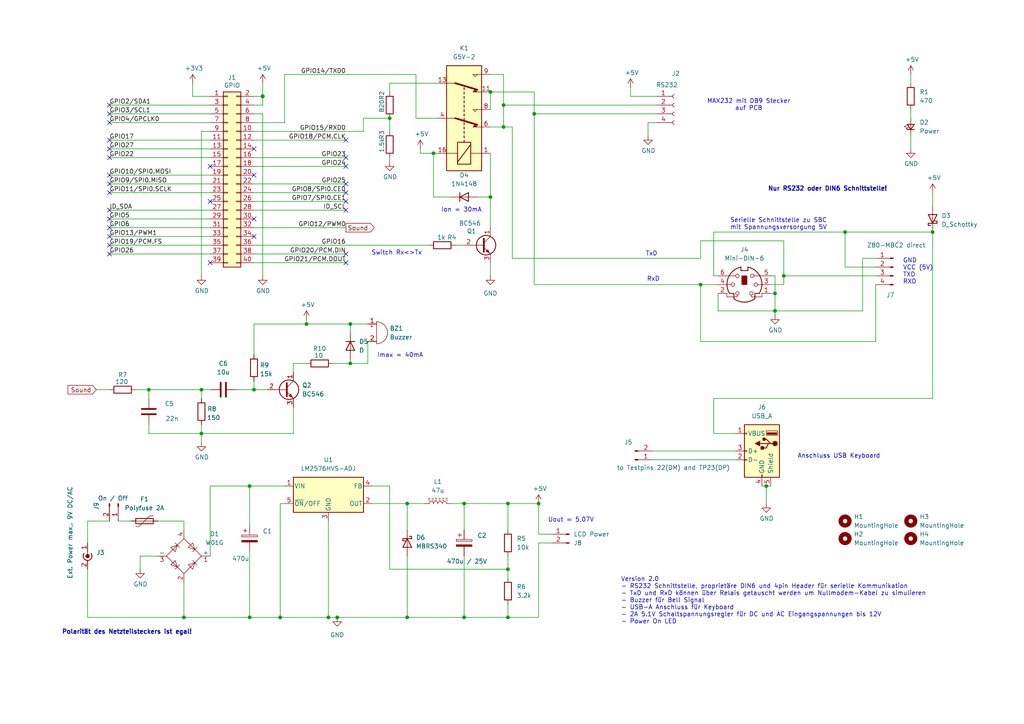
<source format=kicad_sch>
(kicad_sch (version 20250114) (generator "eeschema") (generator_version "9.0")
  (paper "A4")
  (title_block (date "15 nov 2012"))
  (lib_symbols
    (symbol "Connector:Conn_01x02_Pin" (pin_names (offset 1.016) (hide yes))
      (property "Reference" "J" (at 0 2.54 0))
      (property "Value" "Conn_01x02_Pin" (at 0 -5.08 0))
      (symbol "Conn_01x02_Pin_1_1"
        (pin passive line (at 5.08 0 180) (length 3.81) (name "Pin_1") (number "1"))
        (pin passive line (at 5.08 -2.54 180) (length 3.81) (name "Pin_2") (number "2"))
      )
    )
    (symbol "Connector:Conn_01x04_Pin" (pin_names (offset 1.016) (hide yes))
      (property "Reference" "J" (at 0 5.08 0))
      (property "Value" "Conn_01x04_Pin" (at 0 -7.62 0))
      (symbol "Conn_01x04_Pin_1_1"
        (pin passive line (at 5.08 2.54 180) (length 3.81) (name "Pin_1") (number "1"))
        (pin passive line (at 5.08 0 180) (length 3.81) (name "Pin_2") (number "2"))
        (pin passive line (at 5.08 -2.54 180) (length 3.81) (name "Pin_3") (number "3"))
        (pin passive line (at 5.08 -5.08 180) (length 3.81) (name "Pin_4") (number "4"))
      )
    )
    (symbol "Connector:Conn_01x04_Socket" (pin_names (offset 1.016) (hide yes))
      (property "Reference" "J" (at 0 5.08 0))
      (property "Value" "Conn_01x04_Socket" (at 0 -7.62 0))
      (symbol "Conn_01x04_Socket_1_1"
        (pin passive line (at -5.08 2.54 0) (length 3.81) (name "Pin_1") (number "1"))
        (pin passive line (at -5.08 0 0) (length 3.81) (name "Pin_2") (number "2"))
        (pin passive line (at -5.08 -2.54 0) (length 3.81) (name "Pin_3") (number "3"))
        (pin passive line (at -5.08 -5.08 0) (length 3.81) (name "Pin_4") (number "4"))
      )
    )
    (symbol "Connector:Conn_Coaxial_Power" (pin_names (offset 1.016) (hide yes))
      (property "Reference" "J" (at -5.08 -1.27 90))
      (property "Value" "Conn_Coaxial_Power" (at -3.175 -1.27 90))
      (symbol "Conn_Coaxial_Power_1_1"
        (pin passive line (at 0 2.54 270) (length 2.54) (name "In") (number "1"))
        (pin passive line (at 0 -5.08 90) (length 2.54) (name "Ext") (number "2"))
      )
    )
    (symbol "Connector:Mini-DIN-6" (pin_names (offset 1.016))
      (property "Reference" "J" (at 0 6.35 0))
      (property "Value" "Mini-DIN-6" (at 0 -6.35 0))
      (symbol "Mini-DIN-6_1_1"
        (pin passive line (at -7.62 2.54 0) (length 2.54) (name "~") (number "6"))
        (pin passive line (at -7.62 0 0) (length 2.54) (name "~") (number "4"))
        (pin passive line (at -7.62 -2.54 0) (length 2.54) (name "~") (number "2"))
        (pin passive line (at 7.62 2.54 180) (length 2.54) (name "~") (number "5"))
        (pin passive line (at 7.62 0 180) (length 2.54) (name "~") (number "3"))
        (pin passive line (at 7.62 -2.54 180) (length 2.54) (name "~") (number "1"))
      )
    )
    (symbol "Connector:USB_A" (pin_names (offset 1.016))
      (property "Reference" "J" (at -5.08 11.43 0))
      (property "Value" "USB_A" (at -5.08 8.89 0))
      (symbol "USB_A_1_1"
        (pin passive line (at -2.54 -10.16 90) (length 2.54) (name "Shield") (number "5"))
        (pin power_in line (at 0 -10.16 90) (length 2.54) (name "GND") (number "4"))
        (pin power_in line (at 7.62 5.08 180) (length 2.54) (name "VBUS") (number "1"))
        (pin bidirectional line (at 7.62 0 180) (length 2.54) (name "D+") (number "3"))
        (pin bidirectional line (at 7.62 -2.54 180) (length 2.54) (name "D-") (number "2"))
      )
    )
    (symbol "Connector_Generic:Conn_02x20_Odd_Even" (pin_names (offset 1.016) (hide yes))
      (property "Reference" "J" (at 1.27 25.4 0))
      (property "Value" "Conn_02x20_Odd_Even" (at 1.27 -27.94 0))
      (symbol "Conn_02x20_Odd_Even_1_1"
        (pin passive line (at -5.08 22.86 0) (length 3.81) (name "Pin_1") (number "1"))
        (pin passive line (at -5.08 20.32 0) (length 3.81) (name "Pin_3") (number "3"))
        (pin passive line (at -5.08 17.78 0) (length 3.81) (name "Pin_5") (number "5"))
        (pin passive line (at -5.08 15.24 0) (length 3.81) (name "Pin_7") (number "7"))
        (pin passive line (at -5.08 12.7 0) (length 3.81) (name "Pin_9") (number "9"))
        (pin passive line (at -5.08 10.16 0) (length 3.81) (name "Pin_11") (number "11"))
        (pin passive line (at -5.08 7.62 0) (length 3.81) (name "Pin_13") (number "13"))
        (pin passive line (at -5.08 5.08 0) (length 3.81) (name "Pin_15") (number "15"))
        (pin passive line (at -5.08 2.54 0) (length 3.81) (name "Pin_17") (number "17"))
        (pin passive line (at -5.08 0 0) (length 3.81) (name "Pin_19") (number "19"))
        (pin passive line (at -5.08 -2.54 0) (length 3.81) (name "Pin_21") (number "21"))
        (pin passive line (at -5.08 -5.08 0) (length 3.81) (name "Pin_23") (number "23"))
        (pin passive line (at -5.08 -7.62 0) (length 3.81) (name "Pin_25") (number "25"))
        (pin passive line (at -5.08 -10.16 0) (length 3.81) (name "Pin_27") (number "27"))
        (pin passive line (at -5.08 -12.7 0) (length 3.81) (name "Pin_29") (number "29"))
        (pin passive line (at -5.08 -15.24 0) (length 3.81) (name "Pin_31") (number "31"))
        (pin passive line (at -5.08 -17.78 0) (length 3.81) (name "Pin_33") (number "33"))
        (pin passive line (at -5.08 -20.32 0) (length 3.81) (name "Pin_35") (number "35"))
        (pin passive line (at -5.08 -22.86 0) (length 3.81) (name "Pin_37") (number "37"))
        (pin passive line (at -5.08 -25.4 0) (length 3.81) (name "Pin_39") (number "39"))
        (pin passive line (at 7.62 22.86 180) (length 3.81) (name "Pin_2") (number "2"))
        (pin passive line (at 7.62 20.32 180) (length 3.81) (name "Pin_4") (number "4"))
        (pin passive line (at 7.62 17.78 180) (length 3.81) (name "Pin_6") (number "6"))
        (pin passive line (at 7.62 15.24 180) (length 3.81) (name "Pin_8") (number "8"))
        (pin passive line (at 7.62 12.7 180) (length 3.81) (name "Pin_10") (number "10"))
        (pin passive line (at 7.62 10.16 180) (length 3.81) (name "Pin_12") (number "12"))
        (pin passive line (at 7.62 7.62 180) (length 3.81) (name "Pin_14") (number "14"))
        (pin passive line (at 7.62 5.08 180) (length 3.81) (name "Pin_16") (number "16"))
        (pin passive line (at 7.62 2.54 180) (length 3.81) (name "Pin_18") (number "18"))
        (pin passive line (at 7.62 0 180) (length 3.81) (name "Pin_20") (number "20"))
        (pin passive line (at 7.62 -2.54 180) (length 3.81) (name "Pin_22") (number "22"))
        (pin passive line (at 7.62 -5.08 180) (length 3.81) (name "Pin_24") (number "24"))
        (pin passive line (at 7.62 -7.62 180) (length 3.81) (name "Pin_26") (number "26"))
        (pin passive line (at 7.62 -10.16 180) (length 3.81) (name "Pin_28") (number "28"))
        (pin passive line (at 7.62 -12.7 180) (length 3.81) (name "Pin_30") (number "30"))
        (pin passive line (at 7.62 -15.24 180) (length 3.81) (name "Pin_32") (number "32"))
        (pin passive line (at 7.62 -17.78 180) (length 3.81) (name "Pin_34") (number "34"))
        (pin passive line (at 7.62 -20.32 180) (length 3.81) (name "Pin_36") (number "36"))
        (pin passive line (at 7.62 -22.86 180) (length 3.81) (name "Pin_38") (number "38"))
        (pin passive line (at 7.62 -25.4 180) (length 3.81) (name "Pin_40") (number "40"))
      )
    )
    (symbol "Device:Buzzer" (pin_names (offset 0.0254) (hide yes))
      (property "Reference" "BZ" (at 3.81 1.27 0))
      (property "Value" "Buzzer" (at 3.81 -1.27 0))
      (symbol "Buzzer_1_1"
        (pin passive line (at -2.54 2.54 0) (length 2.54) (name "+") (number "1"))
        (pin passive line (at -2.54 -2.54 0) (length 2.54) (name "-") (number "2"))
      )
    )
    (symbol "Device:C" (pin_numbers (hide yes)) (pin_names (offset 0.254))
      (property "Reference" "C" (at 0.635 2.54 0))
      (property "Value" "C" (at 0.635 -2.54 0))
      (symbol "C_1_1"
        (pin passive line (at 0 3.81 270) (length 2.794) (name "~") (number "1"))
        (pin passive line (at 0 -3.81 90) (length 2.794) (name "~") (number "2"))
      )
    )
    (symbol "Device:C_Polarized" (pin_numbers (hide yes)) (pin_names (offset 0.254))
      (property "Reference" "C" (at 0.635 2.54 0))
      (property "Value" "C_Polarized" (at 0.635 -2.54 0))
      (symbol "C_Polarized_1_1"
        (pin passive line (at 0 3.81 270) (length 2.794) (name "~") (number "1"))
        (pin passive line (at 0 -3.81 90) (length 2.794) (name "~") (number "2"))
      )
    )
    (symbol "Device:D" (pin_numbers (hide yes)) (pin_names (offset 1.016) (hide yes))
      (property "Reference" "D" (at 0 2.54 0))
      (property "Value" "D" (at 0 -2.54 0))
      (symbol "D_1_1"
        (pin passive line (at -3.81 0 0) (length 2.54) (name "K") (number "1"))
        (pin passive line (at 3.81 0 180) (length 2.54) (name "A") (number "2"))
      )
    )
    (symbol "Device:D_Schottky" (pin_numbers (hide yes)) (pin_names (offset 1.016) (hide yes))
      (property "Reference" "D" (at 0 2.54 0))
      (property "Value" "D_Schottky" (at 0 -2.54 0))
      (symbol "D_Schottky_1_1"
        (pin passive line (at -3.81 0 0) (length 2.54) (name "K") (number "1"))
        (pin passive line (at 3.81 0 180) (length 2.54) (name "A") (number "2"))
      )
    )
    (symbol "Device:LED_Small" (pin_numbers (hide yes)) (pin_names (offset 0.254) (hide yes))
      (property "Reference" "D" (at -1.27 3.175 0))
      (property "Value" "LED_Small" (at -4.445 -2.54 0))
      (symbol "LED_Small_1_1"
        (pin passive line (at -2.54 0 0) (length 1.778) (name "K") (number "1"))
        (pin passive line (at 2.54 0 180) (length 1.778) (name "A") (number "2"))
      )
    )
    (symbol "Device:L_Ferrite" (pin_numbers (hide yes)) (pin_names (offset 1.016) (hide yes))
      (property "Reference" "L" (at -1.27 0 90))
      (property "Value" "L_Ferrite" (at 2.794 0 90))
      (symbol "L_Ferrite_1_1"
        (pin passive line (at 0 3.81 270) (length 1.27) (name "1") (number "1"))
        (pin passive line (at 0 -3.81 90) (length 1.27) (name "2") (number "2"))
      )
    )
    (symbol "Device:Polyfuse" (pin_numbers (hide yes)) (pin_names (offset 0))
      (property "Reference" "F" (at -2.54 0 90))
      (property "Value" "Polyfuse" (at 2.54 0 90))
      (symbol "Polyfuse_1_1"
        (pin passive line (at 0 3.81 270) (length 1.27) (name "~") (number "1"))
        (pin passive line (at 0 -3.81 90) (length 1.27) (name "~") (number "2"))
      )
    )
    (symbol "Device:R" (pin_numbers (hide yes)) (pin_names (offset 0))
      (property "Reference" "R" (at 2.032 0 90))
      (property "Value" "R" (at 0 0 90))
      (symbol "R_1_1"
        (pin passive line (at 0 3.81 270) (length 1.27) (name "~") (number "1"))
        (pin passive line (at 0 -3.81 90) (length 1.27) (name "~") (number "2"))
      )
    )
    (symbol "Diode:MBRS340" (pin_numbers (hide yes)) (pin_names (offset 1.016) (hide yes))
      (property "Reference" "D" (at 0 2.54 0))
      (property "Value" "MBRS340" (at 0 -2.54 0))
      (symbol "MBRS340_1_1"
        (pin passive line (at -3.81 0 0) (length 2.54) (name "K") (number "1"))
        (pin passive line (at 3.81 0 180) (length 2.54) (name "A") (number "2"))
      )
    )
    (symbol "Diode_Bridge:W01G" (pin_names (offset 0))
      (property "Reference" "D" (at 2.54 6.985 0))
      (property "Value" "W01G" (at 2.54 5.08 0))
      (symbol "W01G_1_1"
        (pin passive line (at -7.62 0 0) (length 2.54) (name "-") (number "3"))
        (pin passive line (at 0 7.62 270) (length 2.54) (name "~") (number "4"))
        (pin passive line (at 0 -7.62 90) (length 2.54) (name "~") (number "2"))
        (pin passive line (at 7.62 0 180) (length 2.54) (name "+") (number "1"))
      )
    )
    (symbol "Mechanical:MountingHole" (pin_names (offset 1.016)) (in_bom no)
      (property "Reference" "H" (at 0 5.08 0))
      (property "Value" "MountingHole" (at 0 3.175 0))
    )
    (symbol "Regulator_Switching:LM2576HVS-ADJ" (pin_names (offset 0.254))
      (property "Reference" "U" (at -10.16 6.35 0))
      (property "Value" "LM2576HVS-ADJ" (at 0 6.35 0))
      (symbol "LM2576HVS-ADJ_1_1"
        (pin power_in line (at -12.7 2.54 0) (length 2.54) (name "VIN") (number "1"))
        (pin input line (at -12.7 -2.54 0) (length 2.54) (name "~{ON}/OFF") (number "5"))
        (pin power_in line (at 0 -7.62 90) (length 2.54) (name "GND") (number "3"))
        (pin input line (at 12.7 2.54 180) (length 2.54) (name "FB") (number "4"))
        (pin output line (at 12.7 -2.54 180) (length 2.54) (name "OUT") (number "2"))
      )
    )
    (symbol "Relay:G5V-2"
      (property "Reference" "K" (at 16.51 3.81 0))
      (property "Value" "G5V-2" (at 16.51 1.27 0))
      (symbol "G5V-2_1_1"
        (pin passive line (at -10.16 7.62 270) (length 2.54) (name "~") (number "1"))
        (pin passive line (at -10.16 -7.62 90) (length 2.54) (name "~") (number "16"))
        (pin passive line (at -2.54 7.62 270) (length 2.54) (name "~") (number "6"))
        (pin passive line (at 0 -7.62 90) (length 2.54) (name "~") (number "4"))
        (pin passive line (at 2.54 7.62 270) (length 2.54) (name "~") (number "8"))
        (pin passive line (at 7.62 7.62 270) (length 2.54) (name "~") (number "11"))
        (pin passive line (at 10.16 -7.62 90) (length 2.54) (name "~") (number "13"))
        (pin passive line (at 12.7 7.62 270) (length 2.54) (name "~") (number "9"))
      )
    )
    (symbol "Transistor_BJT:BC547" (pin_names (offset 0) (hide yes))
      (property "Reference" "Q" (at 5.08 1.905 0))
      (property "Value" "BC547" (at 5.08 0 0))
      (symbol "BC547_1_1"
        (pin input line (at -5.08 0 0) (length 2.54) (name "B") (number "2"))
        (pin passive line (at 2.54 5.08 270) (length 2.54) (name "C") (number "1"))
        (pin passive line (at 2.54 -5.08 90) (length 2.54) (name "E") (number "3"))
      )
    )
    (symbol "Transistor_BJT:BC550" (pin_names (offset 0) (hide yes))
      (property "Reference" "Q" (at 5.08 1.905 0))
      (property "Value" "BC550" (at 5.08 0 0))
      (symbol "BC550_1_1"
        (pin input line (at -5.08 0 0) (length 2.54) (name "B") (number "2"))
        (pin passive line (at 2.54 5.08 270) (length 2.54) (name "C") (number "1"))
        (pin passive line (at 2.54 -5.08 90) (length 2.54) (name "E") (number "3"))
      )
    )
    (symbol "power:+3.3V" (power) (pin_numbers (hide yes)) (pin_names (offset 0) (hide yes))
      (property "Value" "+3.3V" (at 0 3.556 0))
      (symbol "+3.3V_1_1"
        (pin power_in line (at 0 0 90) (length 0) (name "~") (number "1"))
      )
    )
    (symbol "power:+5V" (power) (pin_numbers (hide yes)) (pin_names (offset 0) (hide yes))
      (property "Value" "+5V" (at 0 3.556 0))
      (symbol "+5V_1_1"
        (pin power_in line (at 0 0 90) (length 0) (name "~") (number "1"))
      )
    )
    (symbol "power:GND" (power) (pin_numbers (hide yes)) (pin_names (offset 0) (hide yes))
      (property "Value" "GND" (at 0 -3.81 0))
      (symbol "GND_1_1"
        (pin power_in line (at 0 0 270) (length 0) (name "~") (number "1"))
      )
    )
  )
  (text "Imax = 40mA\n" (at 116.078 103.124 0) (effects (font (size 1.27 1.27))))
  (text "TxD\n" (at 188.976 73.66 0) (effects (font (size 1.27 1.27))))
  (text "RxD\n" (at 189.484 81.026 0) (effects (font (size 1.27 1.27))))
  (text "Version 2.0\n- RS232 Schnittstelle, proprietäre DIN6 und 4pin Header für serielle Kommunikation\n- TxD und RxD können über Relais getauscht werden um Nullmodem-Kabel zu simulieren\n- Buzzer für Bell Signal\n- USB-A Anschluss für Keyboard\n- 2A 5.1V Schaltspannungsregler für DC und AC Eingangspannungen bis 12V\n- Power On LED" (at 180.086 174.244 0) (effects (font (size 1.27 1.27)) (justify left)))
  (text "Ion = 30mA" (at 133.858 60.96 0) (effects (font (size 1.27 1.27))))
  (text "MAX232 mit DB9 Stecker\nauf PCB" (at 217.17 30.48 0) (effects (font (size 1.27 1.27))))
  (text "Anschluss USB Keyboard" (at 243.332 132.334 0) (effects (font (size 1.27 1.27) (thickness 0.1588))))
  (text "Nur RS232 oder DIN6 Schnittstelle!" (at 240.03 54.864 0) (effects (font (size 1.27 1.27) (thickness 0.254) (bold yes))))
  (text "Serielle Schnittstelle zu SBC\nmit Spannungsversorgung 5V" (at 225.806 65.024 0) (effects (font (size 1.27 1.27))))
  (text "Switch Rx<>Tx\n" (at 115.062 73.406 0) (effects (font (size 1.27 1.27))))
  (text "GND\nVCC (5V)\nTXD\nRXD" (at 261.874 78.74 0) (effects (font (size 1.27 1.27)) (justify left)))
  (text "Uout = 5,07V\n" (at 165.608 150.876 0) (effects (font (size 1.27 1.27))))
  (text "Polarität des Netzteilsteckers ist egal!" (at 36.83 183.388 0) (effects (font (size 1.27 1.27) (thickness 0.254) (bold yes))))
  (junction (at 134.62 179.07))
  (junction (at 227.33 80.01))
  (junction (at 72.39 140.97))
  (junction (at 224.79 90.17))
  (junction (at 142.24 57.15))
  (junction (at 58.42 113.03))
  (junction (at 101.6 105.41))
  (junction (at 154.94 33.02))
  (junction (at 222.25 140.97))
  (junction (at 118.11 179.07))
  (junction (at 146.05 36.83))
  (junction (at 101.6 93.98))
  (junction (at 113.03 34.29))
  (junction (at 97.79 179.07))
  (junction (at 53.34 179.07))
  (junction (at 203.2 82.55))
  (junction (at 73.66 113.03))
  (junction (at 72.39 179.07))
  (junction (at 43.18 113.03))
  (junction (at 88.9 93.98))
  (junction (at 224.79 85.09))
  (junction (at 142.24 26.67))
  (junction (at 81.28 179.07))
  (junction (at 134.62 146.05))
  (junction (at 147.32 179.07))
  (junction (at 95.25 179.07))
  (junction (at 147.32 165.1))
  (junction (at 156.21 146.05))
  (junction (at 270.51 67.31))
  (junction (at 146.05 30.48))
  (junction (at 118.11 146.05))
  (junction (at 245.11 67.31))
  (junction (at 147.32 146.05))
  (junction (at 125.73 44.45))
  (junction (at 58.42 125.73))
  (junction (at 76.2 27.94) (diameter 1.016))
  (no_connect (at 100.33 76.2))
  (no_connect (at 31.75 68.58))
  (no_connect (at 31.75 63.5))
  (no_connect (at 100.33 58.42))
  (no_connect (at 31.75 30.48))
  (no_connect (at 31.75 53.34))
  (no_connect (at 31.75 50.8))
  (no_connect (at 100.33 73.66))
  (no_connect (at 60.96 48.26))
  (no_connect (at 31.75 45.72))
  (no_connect (at 100.33 45.72))
  (no_connect (at 73.66 68.58))
  (no_connect (at 31.75 73.66))
  (no_connect (at 60.96 58.42))
  (no_connect (at 31.75 71.12))
  (no_connect (at 100.33 40.64))
  (no_connect (at 60.96 76.2))
  (no_connect (at 100.33 60.96))
  (no_connect (at 31.75 66.04))
  (no_connect (at 100.33 48.26))
  (no_connect (at 31.75 60.96))
  (no_connect (at 100.33 55.88))
  (no_connect (at 100.33 53.34))
  (no_connect (at 31.75 35.56))
  (no_connect (at 31.75 55.88))
  (no_connect (at 73.66 50.8))
  (no_connect (at 31.75 33.02))
  (no_connect (at 73.66 43.18))
  (no_connect (at 31.75 40.64))
  (no_connect (at 31.75 43.18))
  (no_connect (at 73.66 63.5))
  (wire (pts (xy 45.72 151.13) (xy 53.34 151.13)))
  (wire (pts (xy 73.66 58.42) (xy 100.33 58.42)))
  (wire (pts (xy 142.24 57.15) (xy 142.24 44.45)))
  (wire (pts (xy 147.32 165.1) (xy 147.32 167.64)))
  (wire (pts (xy 85.09 107.95) (xy 85.09 105.41)))
  (wire (pts (xy 60.96 40.64) (xy 31.75 40.64)))
  (wire (pts (xy 40.64 165.1) (xy 40.64 161.29)))
  (wire (pts (xy 207.01 67.31) (xy 207.01 80.01)))
  (wire (pts (xy 58.42 125.73) (xy 85.09 125.73)))
  (wire (pts (xy 101.6 105.41) (xy 106.68 105.41)))
  (wire (pts (xy 72.39 160.02) (xy 72.39 179.07)))
  (wire (pts (xy 160.02 157.48) (xy 156.21 157.48)))
  (wire (pts (xy 55.88 27.94) (xy 60.96 27.94)))
  (wire (pts (xy 88.9 93.98) (xy 101.6 93.98)))
  (wire (pts (xy 34.29 151.13) (xy 38.1 151.13)))
  (wire (pts (xy 147.32 146.05) (xy 147.32 153.67)))
  (wire (pts (xy 53.34 179.07) (xy 72.39 179.07)))
  (wire (pts (xy 73.66 35.56) (xy 82.55 35.56)))
  (wire (pts (xy 76.2 33.02) (xy 76.2 80.01)))
  (wire (pts (xy 25.4 157.48) (xy 25.4 151.13)))
  (wire (pts (xy 73.66 71.12) (xy 124.46 71.12)))
  (wire (pts (xy 270.51 115.57) (xy 207.01 115.57)))
  (wire (pts (xy 138.43 57.15) (xy 142.24 57.15)))
  (wire (pts (xy 125.73 44.45) (xy 125.73 57.15)))
  (wire (pts (xy 113.03 26.67) (xy 113.03 24.13)))
  (wire (pts (xy 85.09 105.41) (xy 88.9 105.41)))
  (wire (pts (xy 113.03 34.29) (xy 113.03 38.1)))
  (wire (pts (xy 227.33 82.55) (xy 223.52 82.55)))
  (wire (pts (xy 222.25 140.97) (xy 223.52 140.97)))
  (wire (pts (xy 95.25 179.07) (xy 97.79 179.07)))
  (wire (pts (xy 58.42 38.1) (xy 60.96 38.1)))
  (wire (pts (xy 43.18 113.03) (xy 58.42 113.03)))
  (wire (pts (xy 160.02 154.94) (xy 156.21 154.94)))
  (wire (pts (xy 73.66 55.88) (xy 100.33 55.88)))
  (wire (pts (xy 101.6 93.98) (xy 106.68 93.98)))
  (wire (pts (xy 156.21 157.48) (xy 156.21 179.07)))
  (wire (pts (xy 60.96 60.96) (xy 31.75 60.96)))
  (wire (pts (xy 31.75 63.5) (xy 60.96 63.5)))
  (wire (pts (xy 107.95 146.05) (xy 118.11 146.05)))
  (wire (pts (xy 25.4 179.07) (xy 53.34 179.07)))
  (wire (pts (xy 106.68 99.06) (xy 106.68 105.41)))
  (wire (pts (xy 120.65 21.59) (xy 82.55 21.59)))
  (wire (pts (xy 121.92 43.18) (xy 121.92 44.45)))
  (wire (pts (xy 203.2 82.55) (xy 208.28 82.55)))
  (wire (pts (xy 254 74.93) (xy 250.19 74.93)))
  (wire (pts (xy 73.66 45.72) (xy 100.33 45.72)))
  (wire (pts (xy 107.95 140.97) (xy 113.03 140.97)))
  (wire (pts (xy 97.79 179.07) (xy 118.11 179.07)))
  (wire (pts (xy 118.11 146.05) (xy 123.19 146.05)))
  (wire (pts (xy 142.24 76.2) (xy 142.24 80.01)))
  (wire (pts (xy 53.34 179.07) (xy 53.34 168.91)))
  (wire (pts (xy 156.21 154.94) (xy 156.21 146.05)))
  (wire (pts (xy 190.5 35.56) (xy 187.96 35.56)))
  (wire (pts (xy 40.64 161.29) (xy 45.72 161.29)))
  (wire (pts (xy 27.94 113.03) (xy 31.75 113.03)))
  (wire (pts (xy 58.42 123.19) (xy 58.42 125.73)))
  (wire (pts (xy 73.66 76.2) (xy 100.33 76.2)))
  (wire (pts (xy 58.42 38.1) (xy 58.42 80.01)))
  (wire (pts (xy 31.75 43.18) (xy 60.96 43.18)))
  (wire (pts (xy 121.92 44.45) (xy 125.73 44.45)))
  (wire (pts (xy 154.94 26.67) (xy 154.94 33.02)))
  (wire (pts (xy 58.42 125.73) (xy 58.42 128.27)))
  (wire (pts (xy 95.25 151.13) (xy 95.25 179.07)))
  (wire (pts (xy 203.2 82.55) (xy 203.2 99.06)))
  (wire (pts (xy 223.52 85.09) (xy 224.79 85.09)))
  (wire (pts (xy 222.25 140.97) (xy 222.25 146.05)))
  (wire (pts (xy 203.2 99.06) (xy 254 99.06)))
  (wire (pts (xy 73.66 110.49) (xy 73.66 113.03)))
  (wire (pts (xy 118.11 146.05) (xy 118.11 153.67)))
  (wire (pts (xy 147.32 161.29) (xy 147.32 165.1)))
  (wire (pts (xy 224.79 90.17) (xy 250.19 90.17)))
  (wire (pts (xy 154.94 33.02) (xy 190.5 33.02)))
  (wire (pts (xy 270.51 67.31) (xy 270.51 115.57)))
  (wire (pts (xy 207.01 80.01) (xy 208.28 80.01)))
  (wire (pts (xy 224.79 85.09) (xy 224.79 90.17)))
  (wire (pts (xy 31.75 33.02) (xy 60.96 33.02)))
  (wire (pts (xy 82.55 21.59) (xy 82.55 35.56)))
  (wire (pts (xy 207.01 125.73) (xy 213.36 125.73)))
  (wire (pts (xy 31.75 55.88) (xy 60.96 55.88)))
  (wire (pts (xy 43.18 125.73) (xy 58.42 125.73)))
  (wire (pts (xy 134.62 146.05) (xy 134.62 153.67)))
  (wire (pts (xy 60.96 30.48) (xy 31.75 30.48)))
  (wire (pts (xy 146.05 30.48) (xy 190.5 30.48)))
  (wire (pts (xy 72.39 140.97) (xy 72.39 152.4)))
  (wire (pts (xy 81.28 146.05) (xy 81.28 179.07)))
  (wire (pts (xy 76.2 27.94) (xy 76.2 30.48)))
  (wire (pts (xy 142.24 36.83) (xy 146.05 36.83)))
  (wire (pts (xy 73.66 93.98) (xy 88.9 93.98)))
  (wire (pts (xy 118.11 161.29) (xy 118.11 179.07)))
  (wire (pts (xy 125.73 57.15) (xy 130.81 57.15)))
  (wire (pts (xy 113.03 34.29) (xy 105.41 34.29)))
  (wire (pts (xy 203.2 69.85) (xy 227.33 69.85)))
  (wire (pts (xy 73.66 40.64) (xy 100.33 40.64)))
  (wire (pts (xy 264.16 39.37) (xy 264.16 43.18)))
  (wire (pts (xy 264.16 21.59) (xy 264.16 24.13)))
  (wire (pts (xy 142.24 57.15) (xy 142.24 66.04)))
  (wire (pts (xy 203.2 74.93) (xy 203.2 69.85)))
  (wire (pts (xy 76.2 24.13) (xy 76.2 27.94)))
  (wire (pts (xy 25.4 165.1) (xy 25.4 179.07)))
  (wire (pts (xy 113.03 45.72) (xy 113.03 46.99)))
  (wire (pts (xy 31.75 35.56) (xy 60.96 35.56)))
  (wire (pts (xy 73.66 113.03) (xy 77.47 113.03)))
  (wire (pts (xy 76.2 27.94) (xy 73.66 27.94)))
  (wire (pts (xy 55.88 24.13) (xy 55.88 27.94)))
  (wire (pts (xy 113.03 165.1) (xy 147.32 165.1)))
  (wire (pts (xy 43.18 113.03) (xy 43.18 115.57)))
  (wire (pts (xy 73.66 48.26) (xy 100.33 48.26)))
  (wire (pts (xy 73.66 38.1) (xy 105.41 38.1)))
  (wire (pts (xy 142.24 26.67) (xy 142.24 31.75)))
  (wire (pts (xy 120.65 34.29) (xy 120.65 21.59)))
  (wire (pts (xy 245.11 67.31) (xy 270.51 67.31)))
  (wire (pts (xy 146.05 36.83) (xy 148.59 36.83)))
  (wire (pts (xy 31.75 45.72) (xy 60.96 45.72)))
  (wire (pts (xy 148.59 36.83) (xy 148.59 74.93)))
  (wire (pts (xy 31.75 53.34) (xy 60.96 53.34)))
  (wire (pts (xy 68.58 113.03) (xy 73.66 113.03)))
  (wire (pts (xy 134.62 161.29) (xy 134.62 179.07)))
  (wire (pts (xy 190.5 27.94) (xy 182.88 27.94)))
  (wire (pts (xy 127 34.29) (xy 120.65 34.29)))
  (wire (pts (xy 189.23 133.35) (xy 213.36 133.35)))
  (wire (pts (xy 208.28 85.09) (xy 208.28 90.17)))
  (wire (pts (xy 146.05 21.59) (xy 146.05 30.48)))
  (wire (pts (xy 31.75 66.04) (xy 60.96 66.04)))
  (wire (pts (xy 147.32 175.26) (xy 147.32 179.07)))
  (wire (pts (xy 227.33 80.01) (xy 254 80.01)))
  (wire (pts (xy 76.2 30.48) (xy 73.66 30.48)))
  (wire (pts (xy 96.52 105.41) (xy 101.6 105.41)))
  (wire (pts (xy 72.39 140.97) (xy 82.55 140.97)))
  (wire (pts (xy 130.81 146.05) (xy 134.62 146.05)))
  (wire (pts (xy 60.96 140.97) (xy 60.96 161.29)))
  (wire (pts (xy 220.98 140.97) (xy 222.25 140.97)))
  (wire (pts (xy 31.75 71.12) (xy 60.96 71.12)))
  (wire (pts (xy 105.41 34.29) (xy 105.41 38.1)))
  (wire (pts (xy 224.79 90.17) (xy 224.79 91.44)))
  (wire (pts (xy 73.66 66.04) (xy 100.33 66.04)))
  (wire (pts (xy 182.88 25.4) (xy 182.88 27.94)))
  (wire (pts (xy 187.96 35.56) (xy 187.96 39.37)))
  (wire (pts (xy 245.11 67.31) (xy 245.11 77.47)))
  (wire (pts (xy 156.21 179.07) (xy 147.32 179.07)))
  (wire (pts (xy 73.66 73.66) (xy 100.33 73.66)))
  (wire (pts (xy 125.73 44.45) (xy 127 44.45)))
  (wire (pts (xy 154.94 82.55) (xy 203.2 82.55)))
  (wire (pts (xy 58.42 113.03) (xy 60.96 113.03)))
  (wire (pts (xy 76.2 33.02) (xy 73.66 33.02)))
  (wire (pts (xy 31.75 73.66) (xy 60.96 73.66)))
  (wire (pts (xy 72.39 179.07) (xy 81.28 179.07)))
  (wire (pts (xy 113.03 24.13) (xy 127 24.13)))
  (wire (pts (xy 270.51 55.88) (xy 270.51 59.69)))
  (wire (pts (xy 81.28 179.07) (xy 95.25 179.07)))
  (wire (pts (xy 264.16 31.75) (xy 264.16 34.29)))
  (wire (pts (xy 101.6 93.98) (xy 101.6 96.52)))
  (wire (pts (xy 208.28 90.17) (xy 224.79 90.17)))
  (wire (pts (xy 154.94 33.02) (xy 154.94 82.55)))
  (wire (pts (xy 134.62 146.05) (xy 147.32 146.05)))
  (wire (pts (xy 53.34 151.13) (xy 53.34 153.67)))
  (wire (pts (xy 227.33 80.01) (xy 227.33 82.55)))
  (wire (pts (xy 73.66 102.87) (xy 73.66 93.98)))
  (wire (pts (xy 39.37 113.03) (xy 43.18 113.03)))
  (wire (pts (xy 223.52 80.01) (xy 224.79 80.01)))
  (wire (pts (xy 189.23 130.81) (xy 213.36 130.81)))
  (wire (pts (xy 82.55 146.05) (xy 81.28 146.05)))
  (wire (pts (xy 113.03 140.97) (xy 113.03 165.1)))
  (wire (pts (xy 146.05 30.48) (xy 146.05 36.83)))
  (wire (pts (xy 73.66 53.34) (xy 100.33 53.34)))
  (wire (pts (xy 60.96 68.58) (xy 31.75 68.58)))
  (wire (pts (xy 132.08 71.12) (xy 134.62 71.12)))
  (wire (pts (xy 60.96 140.97) (xy 72.39 140.97)))
  (wire (pts (xy 156.21 146.05) (xy 147.32 146.05)))
  (wire (pts (xy 88.9 93.98) (xy 88.9 92.71)))
  (wire (pts (xy 224.79 80.01) (xy 224.79 85.09)))
  (wire (pts (xy 85.09 118.11) (xy 85.09 125.73)))
  (wire (pts (xy 207.01 67.31) (xy 245.11 67.31)))
  (wire (pts (xy 227.33 69.85) (xy 227.33 80.01)))
  (wire (pts (xy 250.19 74.93) (xy 250.19 90.17)))
  (wire (pts (xy 245.11 77.47) (xy 254 77.47)))
  (wire (pts (xy 142.24 26.67) (xy 154.94 26.67)))
  (wire (pts (xy 101.6 104.14) (xy 101.6 105.41)))
  (wire (pts (xy 142.24 21.59) (xy 146.05 21.59)))
  (wire (pts (xy 58.42 113.03) (xy 58.42 115.57)))
  (wire (pts (xy 60.96 50.8) (xy 31.75 50.8)))
  (wire (pts (xy 134.62 179.07) (xy 147.32 179.07)))
  (wire (pts (xy 73.66 60.96) (xy 100.33 60.96)))
  (wire (pts (xy 207.01 115.57) (xy 207.01 125.73)))
  (wire (pts (xy 254 82.55) (xy 254 99.06)))
  (wire (pts (xy 43.18 123.19) (xy 43.18 125.73)))
  (wire (pts (xy 148.59 74.93) (xy 203.2 74.93)))
  (wire (pts (xy 118.11 179.07) (xy 134.62 179.07)))
  (wire (pts (xy 25.4 151.13) (xy 31.75 151.13)))
  (label "ID_SDA" (at 31.75 60.96 0))
  (label "GPIO6" (at 31.75 66.04 0))
  (label "ID_SCL" (at 100.33 60.96 180))
  (label "GPIO5" (at 31.75 63.5 0))
  (label "GPIO21{slash}PCM.DOUT" (at 100.33 76.2 180))
  (label "GPIO19{slash}PCM.FS" (at 31.75 71.12 0))
  (label "GPIO10{slash}SPI0.MOSI" (at 31.75 50.8 0))
  (label "GPIO9{slash}SPI0.MISO" (at 31.75 53.34 0))
  (label "GPIO23" (at 100.33 45.72 180))
  (label "GPIO4{slash}GPCLK0" (at 31.75 35.56 0))
  (label "GPIO27" (at 31.75 43.18 0))
  (label "GPIO26" (at 31.75 73.66 0))
  (label "GPIO14{slash}TXD0" (at 100.33 21.59 180))
  (label "GPIO8{slash}SPI0.CE0" (at 100.33 55.88 180))
  (label "GPIO15{slash}RXD0" (at 100.33 38.1 180))
  (label "GPIO16" (at 100.33 71.12 180))
  (label "GPIO22" (at 31.75 45.72 0))
  (label "GPIO2{slash}SDA1" (at 31.75 30.48 0))
  (label "GPIO17" (at 31.75 40.64 0))
  (label "GPIO25" (at 100.33 53.34 180))
  (label "GPIO3{slash}SCL1" (at 31.75 33.02 0))
  (label "GPIO18{slash}PCM.CLK" (at 100.33 40.64 180))
  (label "GPIO12{slash}PWM0" (at 100.33 66.04 180))
  (label "GPIO13{slash}PWM1" (at 31.75 68.58 0))
  (label "GPIO20{slash}PCM.DIN" (at 100.33 73.66 180))
  (label "GPIO24" (at 100.33 48.26 180))
  (label "GPIO7{slash}SPI0.CE1" (at 100.33 58.42 180))
  (label "GPIO11{slash}SPI0.SCLK" (at 31.75 55.88 0))
  (global_label "Sound" (shape output) (at 100.33 66.04 0) (property "Intersheetrefs" "${INTERSHEET_REFS}" (effects (hide yes))))
  (global_label "Sound" (shape input) (at 27.94 113.03 180) (property "Intersheetrefs" "${INTERSHEET_REFS}" (effects (hide yes))))
  (symbol (lib_id "power:+5V") (at 76.2 24.13 0) (unit 1)
    (property "Reference" "#PWR01" (effects (hide yes)))
    (property "Value" "+5V" (at 76.5683 19.8056 0))
    (property "Description" "Power symbol creates a global label with name \"+5V\"" (effects (hide yes)))
  )
  (symbol (lib_id "power:+3.3V") (at 55.88 24.13 0) (unit 1)
    (property "Reference" "#PWR04" (effects (hide yes)))
    (property "Value" "+3V3" (at 56.2483 19.8056 0))
    (property "Description" "Power symbol creates a global label with name \"+3.3V\"" (effects (hide yes)))
  )
  (symbol (lib_id "power:GND") (at 76.2 80.01 0) (unit 1)
    (property "Reference" "#PWR02" (effects (hide yes)))
    (property "Value" "GND" (at 76.3143 84.3344 0))
    (property "Description" "Power symbol creates a global label with name \"GND\" , ground" (effects (hide yes)))
  )
  (symbol (lib_id "power:GND") (at 58.42 80.01 0) (unit 1)
    (property "Reference" "#PWR03" (effects (hide yes)))
    (property "Value" "GND" (at 58.5343 84.3344 0))
    (property "Description" "Power symbol creates a global label with name \"GND\" , ground" (effects (hide yes)))
  )
  (symbol (lib_id "Connector_Generic:Conn_02x20_Odd_Even") (at 66.04 50.8 0) (unit 1)
    (property "Reference" "J1" (at 67.31 22.4598 0))
    (property "Value" "GPIO" (at 67.31 24.765 0))
    (property "Footprint" "Connector_PinSocket_2.54mm:PinSocket_2x20_P2.54mm_Vertical" (effects (hide yes)))
    (property "Description" "Generic connector, double row, 02x20, odd/even pin numbering scheme (row 1 odd numbers, row 2 even numbers), script generated (kicad-library-utils/schlib/autogen/connector/)" (effects (hide yes)))
  )
  (symbol (lib_id "Diode:MBRS340") (at 118.11 157.48 270) (unit 1)
    (property "Reference" "D6" (at 120.65 155.8924 90) (effects (justify left)))
    (property "Value" "MBRS340" (at 120.65 158.4324 90) (effects (justify left)))
    (property "Footprint" "Diode_SMD:D_SMC" (effects (hide yes)))
    (property "Datasheet" "https://www.onsemi.com/download/data-sheet/pdf/mbrs340t3-d.pdf" (effects (hide yes)))
    (property "Description" "40V 3A Schottky Barrier Rectifier Diode, SMC (DO-214AB)" (effects (hide yes)))
  )
  (symbol (lib_id "Device:L_Ferrite") (at 127 146.05 90) (unit 1)
    (property "Reference" "L1" (at 127 139.7 90))
    (property "Value" "47u" (at 127 142.24 90))
    (property "Footprint" "Inductor_SMD:L_Fastron_PISN" (effects (hide yes)))
    (property "Description" "Inductor with ferrite core" (effects (hide yes)))
  )
  (symbol (lib_id "Device:R") (at 35.56 113.03 90) (unit 1)
    (property "Reference" "R7" (at 35.56 108.712 90))
    (property "Value" "120" (at 35.306 110.744 90))
    (property "Footprint" "Resistor_THT:R_Axial_DIN0207_L6.3mm_D2.5mm_P10.16mm_Horizontal" (effects (hide yes)))
    (property "Description" "Resistor" (effects (hide yes)))
  )
  (symbol (lib_id "power:+5V") (at 88.9 92.71 0) (unit 1)
    (property "Reference" "#PWR019" (effects (hide yes)))
    (property "Value" "+5V" (at 89.2683 88.3856 0))
    (property "Description" "Power symbol creates a global label with name \"+5V\"" (effects (hide yes)))
  )
  (symbol (lib_id "power:GND") (at 187.96 39.37 0) (unit 1)
    (property "Reference" "#PWR09" (effects (hide yes)))
    (property "Value" "GND" (at 188.0743 43.6944 0))
    (property "Description" "Power symbol creates a global label with name \"GND\" , ground" (effects (hide yes)))
  )
  (symbol (lib_id "Connector:Conn_01x04_Socket") (at 195.58 30.48 0) (unit 1)
    (property "Reference" "J2" (at 194.818 21.336 0) (effects (justify left)))
    (property "Value" "RS232" (at 190.246 24.638 0) (effects (justify left)))
    (property "Footprint" "Connector_PinSocket_2.54mm:PinSocket_1x04_P2.54mm_Vertical" (effects (hide yes)))
    (property "Description" "Generic connector, single row, 01x04, script generated" (effects (hide yes)))
  )
  (symbol (lib_id "Device:LED_Small") (at 264.16 36.83 90) (unit 1)
    (property "Reference" "D2" (at 266.7 35.4964 90) (effects (justify right)))
    (property "Value" "Power" (at 266.7 38.0364 90) (effects (justify right)))
    (property "Footprint" "LED_THT:LED_D3.0mm" (effects (hide yes)))
    (property "Description" "Light emitting diode, small symbol" (effects (hide yes)))
    (property "Sim.Pin" "1=K 2=A" (effects (hide yes)))
  )
  (symbol (lib_id "Mechanical:MountingHole") (at 264.16 156.21 0) (unit 1) (in_bom no)
    (property "Reference" "H4" (at 266.7 154.9399 0) (effects (justify left)))
    (property "Value" "MountingHole" (at 266.7 157.4799 0) (effects (justify left)))
    (property "Footprint" "MountingHole:MountingHole_3.2mm_M3" (effects (hide yes)))
    (property "Description" "Mounting Hole without connection" (effects (hide yes)))
  )
  (symbol (lib_id "power:GND") (at 40.64 165.1 0) (unit 1)
    (property "Reference" "#PWR011" (effects (hide yes)))
    (property "Value" "GND" (at 40.7543 169.4244 0))
    (property "Description" "Power symbol creates a global label with name \"GND\" , ground" (effects (hide yes)))
  )
  (symbol (lib_id "Device:R") (at 73.66 106.68 180) (unit 1)
    (property "Reference" "R9" (at 76.708 105.918 0))
    (property "Value" "15k" (at 77.216 108.458 0))
    (property "Footprint" "Resistor_THT:R_Axial_DIN0207_L6.3mm_D2.5mm_P10.16mm_Horizontal" (effects (hide yes)))
    (property "Description" "Resistor" (effects (hide yes)))
  )
  (symbol (lib_id "power:GND") (at 264.16 43.18 0) (unit 1)
    (property "Reference" "#PWR016" (effects (hide yes)))
    (property "Value" "GND" (at 264.2743 47.5044 0))
    (property "Description" "Power symbol creates a global label with name \"GND\" , ground" (effects (hide yes)))
  )
  (symbol (lib_id "Device:C") (at 64.77 113.03 90) (unit 1)
    (property "Reference" "C6" (at 64.77 105.41 90))
    (property "Value" "10u" (at 64.77 107.95 90))
    (property "Footprint" "Capacitor_THT:C_Rect_L9.0mm_W2.6mm_P7.50mm_MKT" (effects (hide yes)))
    (property "Description" "Unpolarized capacitor" (effects (hide yes)))
  )
  (symbol (lib_id "Connector:Conn_01x04_Pin") (at 259.08 77.47 0) (mirror y) (unit 1)
    (property "Reference" "J7" (at 257.048 85.598 0) (effects (justify right)))
    (property "Value" "Z80-MBC2 direct" (at 251.46 71.12 0) (effects (justify right)))
    (property "Footprint" "Connector_PinHeader_2.54mm:PinHeader_1x04_P2.54mm_Vertical" (effects (hide yes)))
    (property "Description" "Generic connector, single row, 01x04, script generated" (effects (hide yes)))
  )
  (symbol (lib_id "Connector:Mini-DIN-6") (at 215.9 82.55 0) (unit 1)
    (property "Reference" "J4" (at 215.9177 72.39 0))
    (property "Value" "Mini-DIN-6" (at 215.9177 74.93 0))
    (property "Footprint" "Mini_DIN6:J_Mini-DIN-6" (effects (hide yes)))
    (property "Datasheet" "http://service.powerdynamics.com/ec/Catalog17/Section%2011.pdf" (effects (hide yes)))
    (property "Description" "6-pin Mini-DIN connector" (effects (hide yes)))
  )
  (symbol (lib_id "Mechanical:MountingHole") (at 245.11 151.13 0) (unit 1) (in_bom no)
    (property "Reference" "H1" (at 247.65 149.8599 0) (effects (justify left)))
    (property "Value" "MountingHole" (at 247.65 152.3999 0) (effects (justify left)))
    (property "Footprint" "MountingHole:MountingHole_3.2mm_M3" (effects (hide yes)))
    (property "Description" "Mounting Hole without connection" (effects (hide yes)))
  )
  (symbol (lib_id "power:GND") (at 97.79 179.07 0) (unit 1)
    (property "Reference" "#PWR012" (effects (hide yes)))
    (property "Value" "GND" (at 97.79 184.15 0))
    (property "Description" "Power symbol creates a global label with name \"GND\" , ground" (effects (hide yes)))
  )
  (symbol (lib_id "Mechanical:MountingHole") (at 264.16 151.13 0) (unit 1) (in_bom no)
    (property "Reference" "H3" (at 266.7 149.8599 0) (effects (justify left)))
    (property "Value" "MountingHole" (at 266.7 152.3999 0) (effects (justify left)))
    (property "Footprint" "MountingHole:MountingHole_3.2mm_M3" (effects (hide yes)))
    (property "Description" "Mounting Hole without connection" (effects (hide yes)))
  )
  (symbol (lib_id "Device:R") (at 264.16 27.94 0) (unit 1)
    (property "Reference" "R1" (at 266.7 26.6699 0) (effects (justify left)))
    (property "Value" "470" (at 266.7 29.2099 0) (effects (justify left)))
    (property "Footprint" "Resistor_THT:R_Axial_DIN0207_L6.3mm_D2.5mm_P10.16mm_Horizontal" (effects (hide yes)))
    (property "Description" "Resistor" (effects (hide yes)))
  )
  (symbol (lib_id "power:+5V") (at 264.16 21.59 0) (unit 1)
    (property "Reference" "#PWR017" (effects (hide yes)))
    (property "Value" "+5V" (at 264.5283 17.2656 0))
    (property "Description" "Power symbol creates a global label with name \"+5V\"" (effects (hide yes)))
  )
  (symbol (lib_id "Device:D") (at 101.6 100.33 270) (unit 1)
    (property "Reference" "D5" (at 104.14 99.0599 90) (effects (justify left)))
    (property "Value" "D" (at 104.14 101.5999 90) (effects (justify left)))
    (property "Footprint" "Diode_THT:D_5W_P10.16mm_Horizontal" (effects (hide yes)))
    (property "Description" "Diode" (effects (hide yes)))
    (property "Sim.Device" "D" (effects (hide yes)))
    (property "Sim.Pins" "1=K 2=A" (effects (hide yes)))
  )
  (symbol (lib_id "Relay:G5V-2") (at 134.62 34.29 270) (mirror x) (unit 1)
    (property "Reference" "K1" (at 134.62 13.97 90))
    (property "Value" "G5V-2" (at 134.62 16.51 90))
    (property "Footprint" "Relay_THT:Relay_DPDT_Omron_G5V-2" (effects (hide yes)))
    (property "Datasheet" "http://omronfs.omron.com/en_US/ecb/products/pdf/en-g5v_2.pdf" (effects (hide yes)))
    (property "Description" "Relay Miniature Omron DPDT" (effects (hide yes)))
  )
  (symbol (lib_id "power:GND") (at 113.03 46.99 0) (unit 1)
    (property "Reference" "#PWR06" (effects (hide yes)))
    (property "Value" "GND" (at 113.1443 51.3144 0))
    (property "Description" "Power symbol creates a global label with name \"GND\" , ground" (effects (hide yes)))
  )
  (symbol (lib_id "Regulator_Switching:LM2576HVS-ADJ") (at 95.25 143.51 0) (unit 1)
    (property "Reference" "U1" (at 95.25 133.35 0))
    (property "Value" "LM2576HVS-ADJ" (at 95.25 135.89 0))
    (property "Footprint" "Package_TO_SOT_SMD:TO-263-5_TabPin3" (effects (hide yes)))
    (property "Datasheet" "http://www.ti.com/lit/ds/symlink/lm2576.pdf" (effects (hide yes)))
    (property "Description" "Adjustable Output Voltage, 3A SIMPLE SWITCHER® Step-Down Voltage Regulator, High Voltage Input, TO-263" (effects (hide yes)))
  )
  (symbol (lib_id "Device:C_Polarized") (at 134.62 157.48 0) (unit 1)
    (property "Reference" "C2" (at 138.43 155.3209 0) (effects (justify left)))
    (property "Value" "470u / 25V" (at 129.54 162.814 0) (effects (justify left)))
    (property "Footprint" "Capacitor_SMD:CP_Elec_10x10" (effects (hide yes)))
    (property "Description" "Polarized capacitor" (effects (hide yes)))
  )
  (symbol (lib_id "Device:R") (at 147.32 157.48 0) (unit 1)
    (property "Reference" "R5" (at 149.86 156.2099 0) (effects (justify left)))
    (property "Value" "10k" (at 149.86 158.7499 0) (effects (justify left)))
    (property "Footprint" "Resistor_SMD:R_1206_3216Metric_Pad1.30x1.75mm_HandSolder" (effects (hide yes)))
    (property "Description" "Resistor" (effects (hide yes)))
  )
  (symbol (lib_id "Connector:USB_A") (at 220.98 130.81 0) (mirror y) (unit 1)
    (property "Reference" "J6" (at 220.98 118.11 0))
    (property "Value" "USB_A" (at 220.98 120.65 0))
    (property "Footprint" "Connector_USB:USB_A_Stewart_SS-52100-001_Horizontal" (effects (hide yes)))
    (property "Description" "USB Type A connector" (effects (hide yes)))
  )
  (symbol (lib_id "Device:R") (at 128.27 71.12 90) (unit 1)
    (property "Reference" "R4" (at 131.064 68.834 90))
    (property "Value" "1k" (at 128.016 68.834 90))
    (property "Footprint" "Resistor_THT:R_Axial_DIN0207_L6.3mm_D2.5mm_P10.16mm_Horizontal" (effects (hide yes)))
    (property "Description" "Resistor" (effects (hide yes)))
  )
  (symbol (lib_id "Device:Polyfuse") (at 41.91 151.13 90) (unit 1)
    (property "Reference" "F1" (at 41.91 144.78 90))
    (property "Value" "Polyfuse 2A" (at 41.91 147.32 90))
    (property "Footprint" "Fuse:Fuse_Littelfuse-LVR125" (effects (hide yes)))
    (property "Description" "Resettable fuse, polymeric positive temperature coefficient" (effects (hide yes)))
  )
  (symbol (lib_id "Device:D") (at 134.62 57.15 0) (unit 1)
    (property "Reference" "D4" (at 134.62 50.8 0))
    (property "Value" "1N4148" (at 134.62 53.34 0))
    (property "Footprint" "Diode_THT:D_A-405_P12.70mm_Horizontal" (effects (hide yes)))
    (property "Description" "Diode" (effects (hide yes)))
    (property "Sim.Device" "D" (effects (hide yes)))
    (property "Sim.Pins" "1=K 2=A" (effects (hide yes)))
  )
  (symbol (lib_id "power:GND") (at 224.79 91.44 0) (unit 1)
    (property "Reference" "#PWR08" (effects (hide yes)))
    (property "Value" "GND" (at 224.9043 95.7644 0))
    (property "Description" "Power symbol creates a global label with name \"GND\" , ground" (effects (hide yes)))
  )
  (symbol (lib_id "power:GND") (at 142.24 80.01 0) (unit 1)
    (property "Reference" "#PWR014" (effects (hide yes)))
    (property "Value" "GND" (at 142.24 85.09 0))
    (property "Description" "Power symbol creates a global label with name \"GND\" , ground" (effects (hide yes)))
  )
  (symbol (lib_id "power:+5V") (at 121.92 43.18 0) (unit 1)
    (property "Reference" "#PWR05" (effects (hide yes)))
    (property "Value" "+5V" (at 122.2883 38.8556 0))
    (property "Description" "Power symbol creates a global label with name \"+5V\"" (effects (hide yes)))
  )
  (symbol (lib_id "Transistor_BJT:BC550") (at 82.55 113.03 0) (unit 1)
    (property "Reference" "Q2" (at 87.63 111.7599 0) (effects (justify left)))
    (property "Value" "BC546" (at 87.63 114.2999 0) (effects (justify left)))
    (property "Footprint" "Package_TO_SOT_THT:TO-92_Wide" (effects (hide yes)))
    (property "Datasheet" "https://www.onsemi.com/pub/Collateral/BC550-D.pdf" (effects (hide yes)))
    (property "Description" "0.1A Ic, 45V Vce, Small Signal NPN Transistor, TO-92" (effects (hide yes)))
  )
  (symbol (lib_id "Device:R") (at 113.03 41.91 180) (unit 1)
    (property "Reference" "R3" (at 110.744 39.116 90))
    (property "Value" "1.5k" (at 110.744 42.164 90))
    (property "Footprint" "Resistor_THT:R_Axial_DIN0207_L6.3mm_D2.5mm_P10.16mm_Horizontal" (effects (hide yes)))
    (property "Description" "Resistor" (effects (hide yes)))
  )
  (symbol (lib_id "Device:D_Schottky") (at 270.51 63.5 90) (unit 1)
    (property "Reference" "D3" (at 273.05 62.5474 90) (effects (justify right)))
    (property "Value" "D_Schottky" (at 273.05 65.0874 90) (effects (justify right)))
    (property "Footprint" "Diode_THT:D_DO-15_P12.70mm_Horizontal" (effects (hide yes)))
    (property "Description" "Schottky diode" (effects (hide yes)))
  )
  (symbol (lib_id "power:+5V") (at 156.21 146.05 0) (unit 1)
    (property "Reference" "#PWR013" (effects (hide yes)))
    (property "Value" "+5V" (at 156.5783 141.7256 0))
    (property "Description" "Power symbol creates a global label with name \"+5V\"" (effects (hide yes)))
  )
  (symbol (lib_id "Connector:Conn_01x02_Pin") (at 165.1 154.94 0) (mirror y) (unit 1)
    (property "Reference" "J8" (at 166.37 157.4801 0) (effects (justify right)))
    (property "Value" "LCD Power" (at 166.37 154.9401 0) (effects (justify right)))
    (property "Footprint" "Connector_PinHeader_2.54mm:PinHeader_1x02_P2.54mm_Vertical" (effects (hide yes)))
    (property "Description" "Generic connector, single row, 01x02, script generated" (effects (hide yes)))
  )
  (symbol (lib_id "Device:R") (at 58.42 119.38 180) (unit 1)
    (property "Reference" "R8" (at 61.468 118.618 0))
    (property "Value" "150" (at 61.976 121.158 0))
    (property "Footprint" "Resistor_THT:R_Axial_DIN0207_L6.3mm_D2.5mm_P10.16mm_Horizontal" (effects (hide yes)))
    (property "Description" "Resistor" (effects (hide yes)))
  )
  (symbol (lib_id "Device:R") (at 92.71 105.41 90) (unit 1)
    (property "Reference" "R10" (at 92.71 101.092 90))
    (property "Value" "10" (at 92.456 103.124 90))
    (property "Footprint" "Resistor_THT:R_Axial_DIN0207_L6.3mm_D2.5mm_P10.16mm_Horizontal" (effects (hide yes)))
    (property "Description" "Resistor" (effects (hide yes)))
  )
  (symbol (lib_id "Transistor_BJT:BC547") (at 139.7 71.12 0) (unit 1)
    (property "Reference" "Q1" (at 135.382 67.056 0) (effects (justify left)))
    (property "Value" "BC546" (at 133.096 64.77 0) (effects (justify left)))
    (property "Footprint" "Package_TO_SOT_THT:TO-92_Wide" (effects (hide yes)))
    (property "Datasheet" "https://www.onsemi.com/pub/Collateral/BC550-D.pdf" (effects (hide yes)))
    (property "Description" "0.1A Ic, 45V Vce, Small Signal NPN Transistor, TO-92" (effects (hide yes)))
  )
  (symbol (lib_id "Device:R") (at 113.03 30.48 180) (unit 1)
    (property "Reference" "R2" (at 110.744 27.686 90))
    (property "Value" "820" (at 110.744 30.734 90))
    (property "Footprint" "Resistor_THT:R_Axial_DIN0207_L6.3mm_D2.5mm_P10.16mm_Horizontal" (effects (hide yes)))
    (property "Description" "Resistor" (effects (hide yes)))
  )
  (symbol (lib_id "power:+5V") (at 270.51 55.88 0) (unit 1)
    (property "Reference" "#PWR010" (effects (hide yes)))
    (property "Value" "+5V" (at 270.8783 51.5556 0))
    (property "Description" "Power symbol creates a global label with name \"+5V\"" (effects (hide yes)))
  )
  (symbol (lib_id "Device:R") (at 147.32 171.45 0) (unit 1)
    (property "Reference" "R6" (at 149.86 170.1799 0) (effects (justify left)))
    (property "Value" "3.2k" (at 149.86 172.7199 0) (effects (justify left)))
    (property "Footprint" "Resistor_SMD:R_1206_3216Metric_Pad1.30x1.75mm_HandSolder" (effects (hide yes)))
    (property "Description" "Resistor" (effects (hide yes)))
  )
  (symbol (lib_id "Diode_Bridge:W01G") (at 53.34 161.29 0) (unit 1)
    (property "Reference" "D1" (at 62.23 154.8698 0))
    (property "Value" "W01G" (at 62.23 157.4098 0))
    (property "Footprint" "Diode_THT:Diode_Bridge_Round_D9.8mm" (effects (hide yes)))
    (property "Datasheet" "https://www.vishay.com/docs/88769/woo5g.pdf" (effects (hide yes)))
    (property "Description" "Glass Passivated Single-Phase Bridge Rectifier, 70V Vrms, 1.5A If, WOG package" (effects (hide yes)))
  )
  (symbol (lib_id "Device:Buzzer") (at 109.22 96.52 0) (unit 1)
    (property "Reference" "BZ1" (at 113.03 95.2499 0) (effects (justify left)))
    (property "Value" "Buzzer" (at 113.03 97.7899 0) (effects (justify left)))
    (property "Footprint" "Buzzer_Beeper:MagneticBuzzer_ProSignal_ABI-009-RC" (effects (hide yes)))
    (property "Description" "Buzzer, polarized" (effects (hide yes)))
  )
  (symbol (lib_id "Connector:Conn_Coaxial_Power") (at 25.4 160.02 0) (unit 1)
    (property "Reference" "J3" (at 27.94 160.2739 0) (effects (justify left)))
    (property "Value" "Ext. Power max,. 9V DC/AC" (at 20.32 167.894 90) (effects (justify left)))
    (property "Footprint" "Connector_BarrelJack:BarrelJack_GCT_DCJ200-10-A_Horizontal" (effects (hide yes)))
    (property "Description" "coaxial connector (BNC, SMA, SMB, SMC, Cinch/RCA, LEMO, ...)" (effects (hide yes)))
  )
  (symbol (lib_id "Device:C_Polarized") (at 72.39 156.21 0) (unit 1)
    (property "Reference" "C1" (at 76.2 154.0509 0) (effects (justify left)))
    (property "Value" "470u" (at 67.31 162.052 0) (effects (justify left)))
    (property "Footprint" "Capacitor_SMD:CP_Elec_10x10" (effects (hide yes)))
    (property "Description" "Polarized capacitor" (effects (hide yes)))
  )
  (symbol (lib_id "power:GND") (at 58.42 128.27 0) (unit 1)
    (property "Reference" "#PWR018" (effects (hide yes)))
    (property "Value" "GND" (at 58.5343 132.5944 0))
    (property "Description" "Power symbol creates a global label with name \"GND\" , ground" (effects (hide yes)))
  )
  (symbol (lib_id "Mechanical:MountingHole") (at 245.11 156.21 0) (unit 1) (in_bom no)
    (property "Reference" "H2" (at 247.65 154.9399 0) (effects (justify left)))
    (property "Value" "MountingHole" (at 247.65 157.4799 0) (effects (justify left)))
    (property "Footprint" "MountingHole:MountingHole_3.2mm_M3" (effects (hide yes)))
    (property "Description" "Mounting Hole without connection" (effects (hide yes)))
  )
  (symbol (lib_id "power:GND") (at 222.25 146.05 0) (unit 1)
    (property "Reference" "#PWR015" (effects (hide yes)))
    (property "Value" "GND" (at 222.3643 150.3744 0))
    (property "Description" "Power symbol creates a global label with name \"GND\" , ground" (effects (hide yes)))
  )
  (symbol (lib_id "Device:C") (at 43.18 119.38 0) (unit 1)
    (property "Reference" "C5" (at 47.752 117.094 0) (effects (justify left)))
    (property "Value" "22n" (at 48.006 121.412 0) (effects (justify left)))
    (property "Footprint" "Capacitor_THT:C_Rect_L7.0mm_W4.5mm_P5.00mm" (effects (hide yes)))
    (property "Description" "Unpolarized capacitor" (effects (hide yes)))
  )
  (symbol (lib_id "power:+5V") (at 182.88 25.4 0) (unit 1)
    (property "Reference" "#PWR07" (effects (hide yes)))
    (property "Value" "+5V" (at 183.2483 21.0756 0))
    (property "Description" "Power symbol creates a global label with name \"+5V\"" (effects (hide yes)))
  )
  (symbol (lib_id "Connector:Conn_01x02_Pin") (at 34.29 146.05 270) (unit 1)
    (property "Reference" "J9" (at 27.94 146.812 0))
    (property "Value" "On / Off" (at 32.766 144.526 90))
    (property "Footprint" "Connector_PinHeader_2.54mm:PinHeader_1x02_P2.54mm_Vertical" (effects (hide yes)))
    (property "Description" "Generic connector, single row, 01x02, script generated" (effects (hide yes)))
  )
  (symbol (lib_id "Connector:Conn_01x02_Pin") (at 184.15 133.35 0) (mirror x) (unit 1)
    (property "Reference" "J5" (at 182.245 128.27 0))
    (property "Value" "to Testpins 22(DM) and TP23(DP)" (at 195.326 135.636 0))
    (property "Footprint" "Connector_PinHeader_2.54mm:PinHeader_1x02_P2.54mm_Vertical" (effects (hide yes)))
    (property "Description" "Generic connector, single row, 01x02, script generated" (effects (hide yes)))
  )
)
</source>
